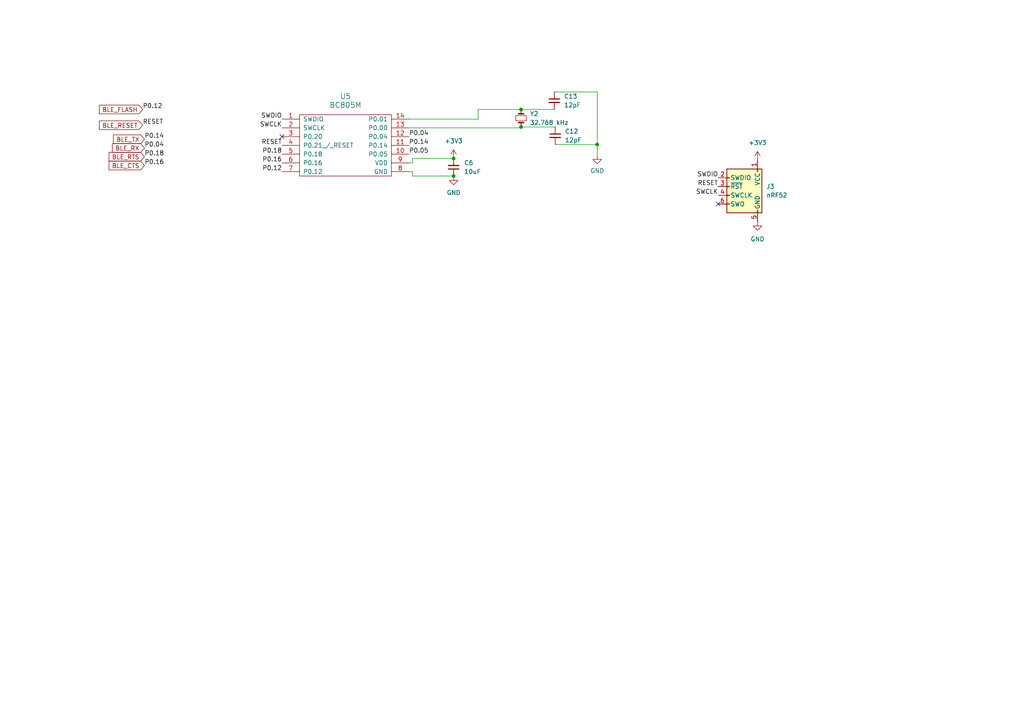
<source format=kicad_sch>
(kicad_sch (version 20230121) (generator eeschema)
  (paper "A4")
  (lib_symbols
    (symbol "Device:C_Small" (pin_numbers hide) (pin_names (offset 0.254) hide)
      (property "Reference" "C" (at 0.254 1.778 0))
      (property "Value" "C_Small" (at 0.254 -2.032 0))
      (symbol "C_Small_0_1"
        (polyline (pts (xy -1.524 -0.508) (xy 1.524 -0.508)) (stroke (width 0.3302)))
        (polyline (pts (xy -1.524 0.508) (xy 1.524 0.508)) (stroke (width 0.3048)))
      )
      (symbol "C_Small_1_1"
        (pin passive line (at 0 2.54 270) (length 2.032) (name "~") (number "1"))
        (pin passive line (at 0 -2.54 90) (length 2.032) (name "~") (number "2"))
      )
    )
    (symbol "Device:Crystal_Small" (pin_numbers hide) (pin_names (offset 1.016) hide)
      (property "Reference" "Y" (at 0 2.54 0))
      (property "Value" "Crystal_Small" (at 0 -2.54 0))
      (symbol "Crystal_Small_0_1"
        (rectangle (start -0.762 -1.524) (end 0.762 1.524))
        (polyline (pts (xy -1.27 -0.762) (xy -1.27 0.762)) (stroke (width 0.381)))
        (polyline (pts (xy 1.27 -0.762) (xy 1.27 0.762)) (stroke (width 0.381)))
      )
      (symbol "Crystal_Small_1_1"
        (pin passive line (at -2.54 0 0) (length 1.27) (name "1") (number "1"))
        (pin passive line (at 2.54 0 180) (length 1.27) (name "2") (number "2"))
      )
    )
    (symbol "Fanstel-modules:BC805M" (pin_names (offset 1.016))
      (property "Reference" "U" (at -11.43 10.16 0))
      (property "Value" "BC805M" (at 10.16 -10.16 0))
      (symbol "BC805M_0_0"
        (pin bidirectional line (at -17.78 7.62 0) (length 5.08) (name "SWDIO") (number "1"))
        (pin bidirectional line (at -17.78 5.08 0) (length 5.08) (name "SWCLK") (number "2"))
      )
      (symbol "BC805M_0_1"
        (rectangle (start -12.7 8.89) (end 13.97 -8.89))
      )
      (symbol "BC805M_1_1"
        (pin bidirectional line (at 19.05 -2.54 180) (length 5.08) (name "P0.05") (number "10"))
        (pin bidirectional line (at 19.05 0 180) (length 5.08) (name "P0.14") (number "11"))
        (pin bidirectional line (at 19.05 2.54 180) (length 5.08) (name "P0.04") (number "12"))
        (pin bidirectional line (at 19.05 5.08 180) (length 5.08) (name "P0.00") (number "13"))
        (pin bidirectional line (at 19.05 7.62 180) (length 5.08) (name "P0.01") (number "14"))
        (pin bidirectional line (at -17.78 2.54 0) (length 5.08) (name "P0.20") (number "3"))
        (pin bidirectional line (at -17.78 0 0) (length 5.08) (name "P0.21_/_RESET") (number "4"))
        (pin bidirectional line (at -17.78 -2.54 0) (length 5.08) (name "P0.18") (number "5"))
        (pin bidirectional line (at -17.78 -5.08 0) (length 5.08) (name "P0.16") (number "6"))
        (pin bidirectional line (at -17.78 -7.62 0) (length 5.08) (name "P0.12") (number "7"))
        (pin bidirectional line (at 19.05 -7.62 180) (length 5.08) (name "GND") (number "8"))
        (pin bidirectional line (at 19.05 -5.08 180) (length 5.08) (name "VDD") (number "9"))
      )
    )
    (symbol "PCM_marbastlib-various:TC2030_SWD" (pin_names (offset 1.016))
      (property "Reference" "J" (at -3.81 -6.35 0))
      (property "Value" "TC2030_SWD" (at -10.16 8.89 0))
      (symbol "TC2030_SWD_0_1"
        (rectangle (start -3.81 7.62) (end 6.35 -5.08) (stroke (width 0.254)) (fill (type background)))
        (rectangle (start -3.048 -2.667) (end -3.81 -2.413))
        (rectangle (start -3.048 -0.127) (end -3.81 0.127))
        (rectangle (start -3.048 2.413) (end -3.81 2.667))
        (rectangle (start -3.048 4.953) (end -3.81 5.207))
        (rectangle (start 4.953 -5.08) (end 5.207 -4.318))
        (rectangle (start 4.953 6.858) (end 5.207 7.62))
      )
      (symbol "TC2030_SWD_1_1"
        (pin passive line (at 5.08 10.16 270) (length 2.54) (name "VCC") (number "1"))
        (pin passive line (at -6.35 5.08 0) (length 2.54) (name "SWDIO") (number "2"))
        (pin passive line (at -6.35 2.54 0) (length 2.54) (name "~{RST}") (number "3"))
        (pin passive line (at -6.35 0 0) (length 2.54) (name "SWCLK") (number "4"))
        (pin passive line (at 5.08 -7.62 90) (length 2.54) (name "GND") (number "5"))
        (pin passive line (at -6.35 -2.54 0) (length 2.54) (name "SWO") (number "6"))
      )
    )
    (symbol "power:+3V3" (power) (pin_names (offset 0))
      (property "Value" "+3V3" (at 0 3.556 0))
      (symbol "+3V3_0_1"
        (polyline (pts (xy -0.762 1.27) (xy 0 2.54)))
        (polyline (pts (xy 0 0) (xy 0 2.54)))
        (polyline (pts (xy 0 2.54) (xy 0.762 1.27)))
      )
      (symbol "+3V3_1_1"
        (pin power_in line (at 0 0 90) (length 0) hide (name "+3V3") (number "1"))
      )
    )
    (symbol "power:GND" (power) (pin_names (offset 0))
      (property "Value" "GND" (at 0 -3.81 0))
      (symbol "GND_0_1"
        (polyline (pts (xy 0 0) (xy 0 -1.27) (xy 1.27 -1.27) (xy 0 -2.54) (xy -1.27 -1.27) (xy 0 -1.27)))
      )
      (symbol "GND_1_1"
        (pin power_in line (at 0 0 270) (length 0) hide (name "GND") (number "1"))
      )
    )
  )
  (junction (at 151.13 36.83))
  (junction (at 173.228 41.91))
  (junction (at 151.13 31.75))
  (junction (at 131.572 45.974))
  (junction (at 131.572 51.054))
  (no_connect (at 208.28 59.182))
  (no_connect (at 81.788 39.624))
  (wire (pts (xy 119.634 49.784) (xy 119.634 51.054)))
  (wire (pts (xy 138.684 31.75) (xy 151.13 31.75)))
  (wire (pts (xy 118.618 49.784) (xy 119.634 49.784)))
  (wire (pts (xy 151.13 31.75) (xy 160.782 31.75)))
  (wire (pts (xy 119.634 45.974) (xy 131.572 45.974)))
  (wire (pts (xy 173.228 41.91) (xy 173.228 44.958)))
  (wire (pts (xy 118.618 37.084) (xy 151.13 37.084)))
  (wire (pts (xy 173.228 26.67) (xy 173.228 41.91)))
  (wire (pts (xy 161.036 41.91) (xy 173.228 41.91)))
  (wire (pts (xy 118.618 47.244) (xy 119.634 47.244)))
  (wire (pts (xy 119.634 47.244) (xy 119.634 45.974)))
  (wire (pts (xy 151.13 36.83) (xy 151.13 37.084)))
  (wire (pts (xy 119.634 51.054) (xy 131.572 51.054)))
  (wire (pts (xy 160.782 26.67) (xy 173.228 26.67)))
  (wire (pts (xy 118.618 34.544) (xy 138.684 34.544)))
  (wire (pts (xy 151.13 36.83) (xy 161.036 36.83)))
  (wire (pts (xy 138.684 34.544) (xy 138.684 31.75)))
  (label "P0.18" (at 41.91 45.466 0))
  (label "P0.04" (at 41.91 42.926 0))
  (label "P0.18" (at 81.788 44.704 180))
  (label "SWCLK" (at 81.788 37.084 180))
  (label "RESET" (at 81.788 42.164 180))
  (label "P0.14" (at 118.618 42.164 0))
  (label "RESET" (at 41.402 36.322 0))
  (label "P0.12" (at 41.402 31.75 0))
  (label "P0.16" (at 41.91 48.006 0))
  (label "SWDIO" (at 208.28 51.562 180))
  (label "P0.12" (at 81.788 49.784 180))
  (label "P0.05" (at 118.618 44.704 0))
  (label "P0.14" (at 41.91 40.386 0))
  (label "SWCLK" (at 208.28 56.642 180))
  (label "P0.16" (at 81.788 47.244 180))
  (label "P0.04" (at 118.618 39.624 0))
  (label "SWDIO" (at 81.788 34.544 180))
  (label "RESET" (at 208.28 54.102 180))
  (global_label "BLE_FLASH" (shape input) (at 41.402 31.75 180) (property "Intersheetrefs" "${INTERSHEET_REFS}" (effects hide)))
  (global_label "BLE_TX" (shape input) (at 41.91 40.386 180) (property "Intersheetrefs" "${INTERSHEET_REFS}" (effects hide)))
  (global_label "BLE_RESET" (shape input) (at 41.402 36.322 180) (property "Intersheetrefs" "${INTERSHEET_REFS}" (effects hide)))
  (global_label "BLE_RX" (shape input) (at 41.91 42.926 180) (property "Intersheetrefs" "${INTERSHEET_REFS}" (effects hide)))
  (global_label "BLE_RTS" (shape input) (at 41.91 45.466 180) (property "Intersheetrefs" "${INTERSHEET_REFS}" (effects hide)))
  (global_label "BLE_CTS" (shape input) (at 41.91 48.006 180) (property "Intersheetrefs" "${INTERSHEET_REFS}" (effects hide)))
  (symbol (lib_id "Fanstel-modules:BC805M") (at 99.568 42.164 0) (unit 1)
    (property "Reference" "U5" (at 100.203 27.94 0) (effects (font (size 1.524 1.524))))
    (property "Value" "BC805M" (at 100.203 30.48 0) (effects (font (size 1.524 1.524))))
    (property "Footprint" "Fanstel_modules:BC805M" (effects hide))
  )
  (symbol (lib_id "power:GND") (at 131.572 51.054 0) (unit 1)
    (property "Reference" "#PWR017" (effects hide))
    (property "Value" "GND" (at 131.572 55.88 0))
  )
  (symbol (lib_id "power:GND") (at 219.71 64.262 0) (unit 1)
    (property "Reference" "#PWR018" (effects hide))
    (property "Value" "GND" (at 219.71 69.342 0))
  )
  (symbol (lib_id "PCM_marbastlib-various:TC2030_SWD") (at 214.63 56.642 0) (unit 1)
    (property "Reference" "J3" (at 222.25 54.102 0) (effects (justify left)))
    (property "Value" "nRF52" (at 222.25 56.642 0) (effects (justify left)))
    (property "Footprint" "PCM_marbastlib-various:CON_TC2030_outlined" (effects hide))
    (property "Datasheet" " ~" (effects hide))
  )
  (symbol (lib_id "Device:Crystal_Small") (at 151.13 34.29 90) (unit 1)
    (property "Reference" "Y2" (at 153.67 33.02 90) (effects (justify right)))
    (property "Value" "32.768 kHz" (at 153.67 35.56 90) (effects (justify right)))
    (property "Footprint" "Crystal:Crystal_SMD_2012-2Pin_2.0x1.2mm_HandSoldering" (effects hide))
  )
  (symbol (lib_id "power:+3V3") (at 131.572 45.974 0) (unit 1)
    (property "Reference" "#PWR014" (effects hide))
    (property "Value" "+3V3" (at 131.572 40.894 0))
  )
  (symbol (lib_id "power:GND") (at 173.228 44.958 0) (unit 1)
    (property "Reference" "#PWR047" (effects hide))
    (property "Value" "GND" (at 173.228 49.53 0))
  )
  (symbol (lib_id "Device:C_Small") (at 131.572 48.514 180) (unit 1)
    (property "Reference" "C6" (at 134.62 47.2376 0) (effects (justify right)))
    (property "Value" "10uF" (at 134.62 49.7776 0) (effects (justify right)))
    (property "Footprint" "Capacitor_SMD:C_0805_2012Metric" (effects hide))
  )
  (symbol (lib_id "power:+3V3") (at 219.71 46.482 0) (unit 1)
    (property "Reference" "#PWR019" (effects hide))
    (property "Value" "+3V3" (at 219.71 41.402 0))
  )
  (symbol (lib_id "Device:C_Small") (at 161.036 39.37 0) (unit 1)
    (property "Reference" "C12" (at 163.83 38.1063 0) (effects (justify left)))
    (property "Value" "12pF" (at 163.83 40.6463 0) (effects (justify left)))
    (property "Footprint" "Capacitor_SMD:C_0805_2012Metric" (effects hide))
  )
  (symbol (lib_id "Device:C_Small") (at 160.782 29.21 0) (unit 1)
    (property "Reference" "C13" (at 163.576 27.9463 0) (effects (justify left)))
    (property "Value" "12pF" (at 163.576 30.4863 0) (effects (justify left)))
    (property "Footprint" "Capacitor_SMD:C_0805_2012Metric" (effects hide))
  )
)
</source>
